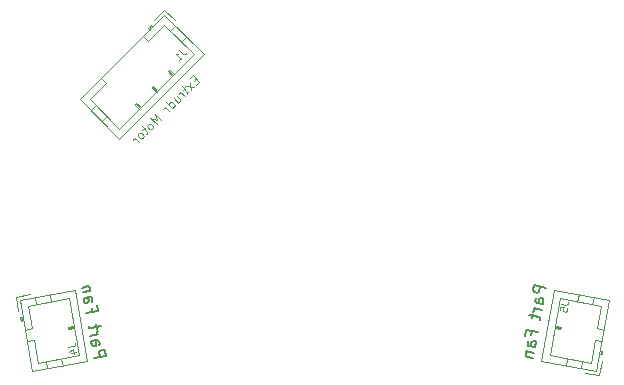
<source format=gbr>
%TF.GenerationSoftware,KiCad,Pcbnew,(6.0.0)*%
%TF.CreationDate,2022-01-12T17:49:16+01:00*%
%TF.ProjectId,v0_miniAB_pancake_board,76305f6d-696e-4694-9142-5f70616e6361,rev?*%
%TF.SameCoordinates,Original*%
%TF.FileFunction,Legend,Bot*%
%TF.FilePolarity,Positive*%
%FSLAX46Y46*%
G04 Gerber Fmt 4.6, Leading zero omitted, Abs format (unit mm)*
G04 Created by KiCad (PCBNEW (6.0.0)) date 2022-01-12 17:49:16*
%MOMM*%
%LPD*%
G01*
G04 APERTURE LIST*
%ADD10C,0.150000*%
%ADD11C,0.110000*%
%ADD12C,0.100000*%
%ADD13C,0.120000*%
G04 APERTURE END LIST*
D10*
X81359570Y-109228426D02*
X82344378Y-109054778D01*
X82278226Y-108679613D01*
X82214793Y-108594090D01*
X82159628Y-108555464D01*
X82057568Y-108525106D01*
X81916881Y-108549913D01*
X81831359Y-108613346D01*
X81792732Y-108668511D01*
X81762375Y-108770571D01*
X81828526Y-109145736D01*
X81111501Y-107821557D02*
X81627353Y-107730599D01*
X81729413Y-107760957D01*
X81792847Y-107846479D01*
X81825923Y-108034061D01*
X81795565Y-108136121D01*
X81158397Y-107813289D02*
X81128039Y-107915349D01*
X81169384Y-108149827D01*
X81232818Y-108235349D01*
X81334878Y-108265707D01*
X81428669Y-108249169D01*
X81514191Y-108185735D01*
X81544549Y-108083675D01*
X81503204Y-107849197D01*
X81533562Y-107747137D01*
X81028812Y-107352601D02*
X81685350Y-107236836D01*
X81497768Y-107269912D02*
X81583290Y-107206478D01*
X81621917Y-107151314D01*
X81652274Y-107049254D01*
X81635737Y-106955462D01*
X81602661Y-106767880D02*
X81536509Y-106392715D01*
X81906123Y-106569310D02*
X81062002Y-106718152D01*
X80959942Y-106687794D01*
X80896508Y-106602272D01*
X80879971Y-106508480D01*
X81147753Y-105010654D02*
X81205636Y-105338923D01*
X80689784Y-105429882D02*
X81674592Y-105256233D01*
X81591903Y-104787277D01*
X80466522Y-104163700D02*
X80982374Y-104072742D01*
X81084434Y-104103099D01*
X81147868Y-104188621D01*
X81180944Y-104376204D01*
X81150586Y-104478264D01*
X80513418Y-104155431D02*
X80483060Y-104257491D01*
X80524405Y-104491969D01*
X80587839Y-104577492D01*
X80689899Y-104607849D01*
X80783690Y-104591311D01*
X80869212Y-104527878D01*
X80899570Y-104425818D01*
X80858225Y-104191340D01*
X80888583Y-104089279D01*
X81040371Y-103578979D02*
X80383833Y-103694744D01*
X80946580Y-103595517D02*
X80985207Y-103540352D01*
X81015564Y-103438292D01*
X80990758Y-103297605D01*
X80927324Y-103212083D01*
X80825264Y-103181725D01*
X80309412Y-103272684D01*
X119588587Y-103272684D02*
X118603779Y-103099035D01*
X118537627Y-103474200D01*
X118567985Y-103576260D01*
X118606612Y-103631425D01*
X118692134Y-103694859D01*
X118832821Y-103719665D01*
X118934881Y-103689308D01*
X118990045Y-103650681D01*
X119053479Y-103565159D01*
X119119631Y-103189994D01*
X119340518Y-104679552D02*
X118824666Y-104588593D01*
X118739144Y-104525160D01*
X118708786Y-104423100D01*
X118741862Y-104235517D01*
X118805296Y-104149995D01*
X119293622Y-104671283D02*
X119357056Y-104585761D01*
X119398401Y-104351283D01*
X119368043Y-104249222D01*
X119282521Y-104185789D01*
X119188730Y-104169251D01*
X119086669Y-104199609D01*
X119023236Y-104285131D01*
X118981891Y-104519609D01*
X118918457Y-104605131D01*
X119257828Y-105148508D02*
X118601290Y-105032742D01*
X118788872Y-105065818D02*
X118686812Y-105096176D01*
X118631648Y-105134803D01*
X118568214Y-105220325D01*
X118551676Y-105314116D01*
X118518600Y-105501698D02*
X118452449Y-105876863D01*
X118165524Y-105584503D02*
X119009645Y-105733344D01*
X119095167Y-105796777D01*
X119125525Y-105898838D01*
X119108987Y-105992629D01*
X118345067Y-107308538D02*
X118402949Y-106980269D01*
X118918801Y-107071228D02*
X117933993Y-106897580D01*
X117851304Y-107366536D01*
X118695539Y-108337409D02*
X118179687Y-108246451D01*
X118094165Y-108183017D01*
X118063807Y-108080957D01*
X118096883Y-107893374D01*
X118160317Y-107807852D01*
X118648643Y-108329140D02*
X118712077Y-108243618D01*
X118753422Y-108009140D01*
X118723064Y-107907080D01*
X118637542Y-107843646D01*
X118543751Y-107827108D01*
X118441690Y-107857466D01*
X118378257Y-107942988D01*
X118336912Y-108177466D01*
X118273479Y-108262989D01*
X117956311Y-108690600D02*
X118612849Y-108806365D01*
X118050102Y-108707138D02*
X117994938Y-108745764D01*
X117931504Y-108831287D01*
X117906697Y-108971973D01*
X117937055Y-109074034D01*
X118022577Y-109137467D01*
X118538429Y-109228426D01*
D11*
X89950635Y-85573603D02*
X89773858Y-85750380D01*
X89975888Y-86103933D02*
X90228427Y-85851395D01*
X89698097Y-85321065D01*
X89445558Y-85573603D01*
X89799112Y-86280710D02*
X89167766Y-86204948D01*
X89445558Y-85927156D02*
X89521320Y-86558502D01*
X89041497Y-86331217D02*
X88839467Y-86533248D01*
X88788959Y-86230202D02*
X89243528Y-86684771D01*
X89268782Y-86760532D01*
X89243528Y-86836294D01*
X89193020Y-86886801D01*
X89016244Y-87063578D02*
X88662690Y-86710024D01*
X88763705Y-86811040D02*
X88687944Y-86785786D01*
X88637436Y-86785786D01*
X88561675Y-86811040D01*
X88511167Y-86861547D01*
X88107106Y-87265608D02*
X88460660Y-87619162D01*
X88334391Y-87038324D02*
X88612183Y-87316116D01*
X88637436Y-87391877D01*
X88612183Y-87467639D01*
X88536421Y-87543400D01*
X88460660Y-87568654D01*
X88410152Y-87568654D01*
X87980837Y-88098984D02*
X87450507Y-87568654D01*
X87955583Y-88073730D02*
X88031345Y-88048477D01*
X88132360Y-87947461D01*
X88157614Y-87871700D01*
X88157614Y-87821192D01*
X88132360Y-87745431D01*
X87980837Y-87593908D01*
X87905076Y-87568654D01*
X87854568Y-87568654D01*
X87778807Y-87593908D01*
X87677791Y-87694923D01*
X87652538Y-87770685D01*
X87728299Y-88351522D02*
X87374746Y-87997969D01*
X87475761Y-88098984D02*
X87400000Y-88073730D01*
X87349492Y-88073730D01*
X87273730Y-88098984D01*
X87223223Y-88149492D01*
X86995938Y-89083883D02*
X86465608Y-88553553D01*
X86667639Y-89109137D01*
X86112055Y-88907106D01*
X86642385Y-89437436D01*
X86314086Y-89765736D02*
X86339339Y-89689975D01*
X86339339Y-89639467D01*
X86314086Y-89563705D01*
X86162563Y-89412183D01*
X86086801Y-89386929D01*
X86036294Y-89386929D01*
X85960532Y-89412183D01*
X85884771Y-89487944D01*
X85859517Y-89563705D01*
X85859517Y-89614213D01*
X85884771Y-89689975D01*
X86036294Y-89841497D01*
X86112055Y-89866751D01*
X86162563Y-89866751D01*
X86238324Y-89841497D01*
X86314086Y-89765736D01*
X85632233Y-89740482D02*
X85430202Y-89942513D01*
X85379694Y-89639467D02*
X85834263Y-90094036D01*
X85859517Y-90169797D01*
X85834263Y-90245558D01*
X85783755Y-90296066D01*
X85531217Y-90548604D02*
X85556471Y-90472843D01*
X85556471Y-90422335D01*
X85531217Y-90346574D01*
X85379694Y-90195051D01*
X85303933Y-90169797D01*
X85253425Y-90169797D01*
X85177664Y-90195051D01*
X85101902Y-90270812D01*
X85076649Y-90346574D01*
X85076649Y-90397081D01*
X85101902Y-90472843D01*
X85253425Y-90624366D01*
X85329187Y-90649619D01*
X85379694Y-90649619D01*
X85455456Y-90624366D01*
X85531217Y-90548604D01*
X85127156Y-90952665D02*
X84773603Y-90599112D01*
X84874618Y-90700127D02*
X84798857Y-90674873D01*
X84748349Y-90674873D01*
X84672588Y-90700127D01*
X84622080Y-90750635D01*
D12*
%TO.C,J1*%
X88555086Y-83192243D02*
X88858132Y-83495289D01*
X88938944Y-83535695D01*
X89019756Y-83535695D01*
X89100568Y-83495289D01*
X89140974Y-83454883D01*
X88555086Y-84040771D02*
X88797522Y-83798335D01*
X88676304Y-83919553D02*
X88252040Y-83495289D01*
X88353055Y-83515492D01*
X88433867Y-83515492D01*
X88494477Y-83495289D01*
%TO.C,J4*%
X79143690Y-108318094D02*
X79565751Y-108243673D01*
X79645201Y-108200652D01*
X79691553Y-108134454D01*
X79704807Y-108045081D01*
X79694884Y-107988806D01*
X79434918Y-108817974D02*
X79828841Y-108748515D01*
X79185012Y-108716978D02*
X79582266Y-108501871D01*
X79646764Y-108867657D01*
%TO.C,J5*%
X120869149Y-104647982D02*
X121291210Y-104722403D01*
X121380583Y-104709150D01*
X121446781Y-104662798D01*
X121489802Y-104583347D01*
X121499725Y-104527072D01*
X120769922Y-105210729D02*
X120819536Y-104929356D01*
X121105871Y-104950832D01*
X121072772Y-104974008D01*
X121034712Y-105025322D01*
X121009905Y-105166008D01*
X121028120Y-105227244D01*
X121051296Y-105260343D01*
X121102609Y-105298403D01*
X121243296Y-105323210D01*
X121304532Y-105304996D01*
X121337631Y-105281820D01*
X121375691Y-105230506D01*
X121400498Y-105089819D01*
X121382283Y-105028583D01*
X121359107Y-104995485D01*
D13*
%TO.C,J1*%
X85496583Y-82003690D02*
X85927918Y-82435025D01*
X81996405Y-89194966D02*
X82427740Y-88763631D01*
X84937969Y-87667615D02*
X84796548Y-87809037D01*
X88049239Y-85263452D02*
X87695685Y-84909899D01*
X85991558Y-81367294D02*
X86203690Y-81155162D01*
X86705736Y-86606955D02*
X86352183Y-86253402D01*
X86210761Y-86394823D02*
X86564315Y-86748377D01*
X85927918Y-82435025D02*
X87306777Y-81056167D01*
X86132979Y-81084451D02*
X86274401Y-81225873D01*
X87624975Y-84980610D02*
X87978528Y-85334163D01*
X81077166Y-88275727D02*
X81508501Y-87844392D01*
X87766396Y-84839188D02*
X87624975Y-84980610D01*
X82392385Y-85970559D02*
X81961049Y-85539224D01*
X83488400Y-89824291D02*
X81013526Y-87349417D01*
X87306777Y-79769233D02*
X88190660Y-80653116D01*
X86635025Y-86677666D02*
X86281472Y-86324113D01*
X87306777Y-81056167D02*
X89781650Y-83531041D01*
X85291522Y-88021169D02*
X84937969Y-87667615D01*
X85220812Y-88091880D02*
X84867258Y-87738326D01*
X86062269Y-81438005D02*
X85920847Y-81296583D01*
X81013526Y-87349417D02*
X82392385Y-85970559D01*
X85920847Y-81296583D02*
X86132979Y-81084451D01*
X89152325Y-82039045D02*
X88720990Y-82470381D01*
X84796548Y-87809037D02*
X85150101Y-88162590D01*
X80150856Y-87349417D02*
X87306777Y-80193497D01*
X86352183Y-86253402D02*
X86210761Y-86394823D01*
X87306777Y-80193497D02*
X90644321Y-83531041D01*
X88119949Y-85192742D02*
X87766396Y-84839188D01*
X89781650Y-83531041D02*
X83488400Y-89824291D01*
X88233087Y-81119807D02*
X87801751Y-81551142D01*
X86422893Y-80653116D02*
X87306777Y-79769233D01*
X83488400Y-90686961D02*
X80150856Y-87349417D01*
X90644321Y-83531041D02*
X83488400Y-90686961D01*
%TO.C,J4*%
X75106348Y-105788148D02*
X75303309Y-105753419D01*
X74919306Y-105303261D02*
X74702246Y-104072251D01*
X76339881Y-104088120D02*
X76445806Y-104688853D01*
X75158442Y-106083591D02*
X75106348Y-105788148D01*
X75355404Y-106048861D02*
X75158442Y-106083591D01*
X76607317Y-109635965D02*
X76268703Y-107715589D01*
X76268703Y-107715589D02*
X75667970Y-107821515D01*
X75756441Y-104810407D02*
X79203268Y-104202638D01*
X80054144Y-109028196D02*
X76607317Y-109635965D01*
X75494322Y-106836707D02*
X76095055Y-106730782D01*
X74702246Y-104072251D02*
X75933256Y-103855191D01*
X79118937Y-106603760D02*
X79153667Y-106800722D01*
X79698075Y-103495980D02*
X80760802Y-109523003D01*
X75049783Y-104315599D02*
X79698075Y-103495980D01*
X80760802Y-109523003D02*
X76112510Y-110342623D01*
X77402608Y-110115144D02*
X77296682Y-109514411D01*
X76095055Y-106730782D02*
X75756441Y-104810407D01*
X76112510Y-110342623D02*
X75049783Y-104315599D01*
X79203268Y-104202638D02*
X80054144Y-109028196D01*
X78682858Y-109889401D02*
X78576932Y-109288668D01*
X79628706Y-106615417D02*
X79136302Y-106702241D01*
X75256923Y-106066226D02*
X75204828Y-105770783D01*
X79153667Y-106800722D02*
X79646071Y-106713898D01*
X79611341Y-106516936D02*
X79118937Y-106603760D01*
X77620131Y-103862377D02*
X77726056Y-104463110D01*
%TO.C,J5*%
X120833629Y-106801106D02*
X120868359Y-106604145D01*
X123874787Y-110343007D02*
X119226494Y-109523388D01*
X122367165Y-103862762D02*
X122261240Y-104463495D01*
X122584689Y-110115528D02*
X122690614Y-109514795D01*
X120341226Y-106714282D02*
X120833629Y-106801106D01*
X123647415Y-104088505D02*
X123541490Y-104689237D01*
X119226494Y-109523388D02*
X120289221Y-103496364D01*
X120358590Y-106615801D02*
X120850994Y-106702626D01*
X123379979Y-109636349D02*
X119933152Y-109028580D01*
X124325275Y-108939917D02*
X124128313Y-108905188D01*
X124180408Y-108609746D02*
X124377369Y-108644475D01*
X120289221Y-103496364D02*
X124937514Y-104315984D01*
X124230856Y-104810791D02*
X123892242Y-106731166D01*
X120868359Y-106604145D02*
X120375955Y-106517321D01*
X124278888Y-108627110D02*
X124226794Y-108922553D01*
X124319326Y-107821899D02*
X123718593Y-107715974D01*
X124118135Y-110690544D02*
X122887125Y-110473484D01*
X121304439Y-109889785D02*
X121410364Y-109289053D01*
X123718593Y-107715974D02*
X123379979Y-109636349D01*
X119933152Y-109028580D02*
X120784028Y-104203022D01*
X124335195Y-109459534D02*
X124118135Y-110690544D01*
X124377369Y-108644475D02*
X124325275Y-108939917D01*
X124937514Y-104315984D02*
X123874787Y-110343007D01*
X120784028Y-104203022D02*
X124230856Y-104810791D01*
X123892242Y-106731166D02*
X124492974Y-106837092D01*
%TD*%
M02*

</source>
